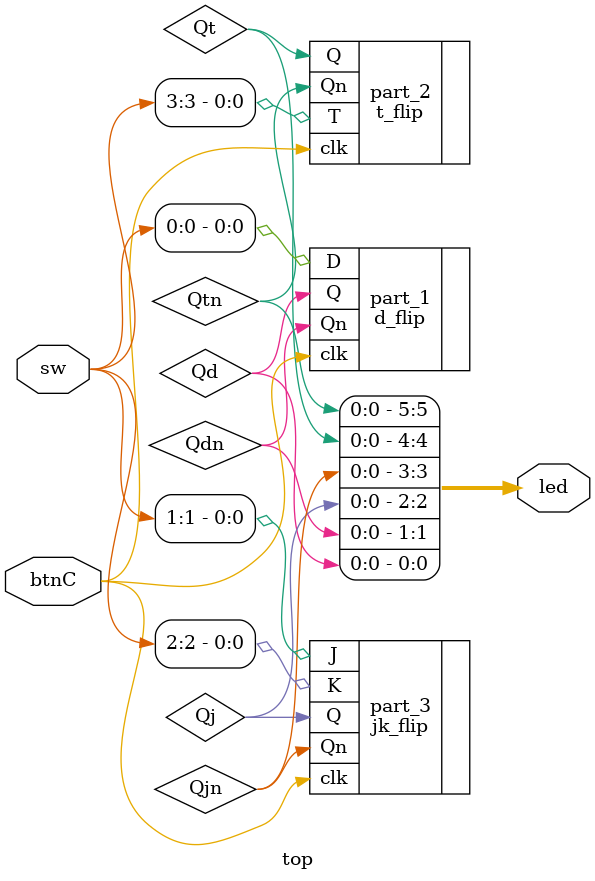
<source format=v>
module top(
input [3:0]sw,
input btnC,
output [5:0]led
    );
 wire Qj,Qjn;
 wire Qt,Qtn;
 wire Qd,Qdn;
 d_flip part_1(
 .D(sw[0]),
 .clk(btnC),
 .Q(Qd),
 .Qn(Qdn)
 );
 assign led[0] = Qd;
 assign led[1] = Qdn;
 t_flip part_2(
 .T(sw[3]),
 .clk(btnC),
 .Q(Qt),
 .Qn(Qtn)
 );
 assign led[4] = Qt;
 assign led[5] = Qtn;
 jk_flip part_3(
 .J(sw[1]),
 .K(sw[2]),
 .clk(btnC),
 .Q(Qj),
 .Qn(Qjn)
 );
 assign led[2] = Qj;
 assign led[3] = Qjn;
endmodule

</source>
